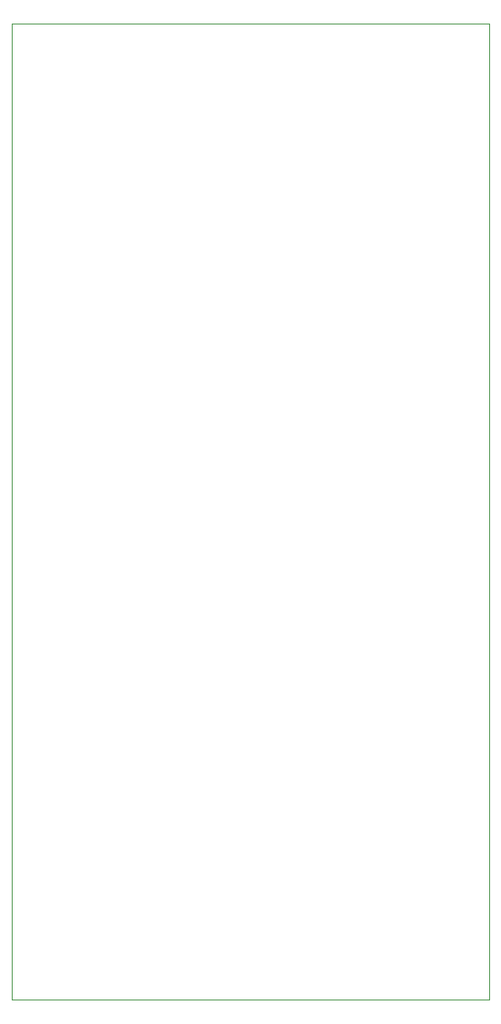
<source format=gbr>
%TF.GenerationSoftware,Altium Limited,Altium Designer,20.1.8 (145)*%
G04 Layer_Color=0*
%FSLAX45Y45*%
%MOMM*%
%TF.SameCoordinates,B3CF18BB-8163-4733-9D89-4CFBB204D872*%
%TF.FilePolarity,Positive*%
%TF.FileFunction,Profile,NP*%
%TF.Part,CustomerPanel*%
G01*
G75*
%TA.AperFunction,Profile*%
%ADD50C,0.02540*%
D50*
X1Y-0D02*
X-2Y9800000D01*
X4800000Y9800001D01*
Y-0D01*
X1D01*
%TF.MD5,fff8eae7726cb4aec264feff7c1fbcaa*%
M02*

</source>
